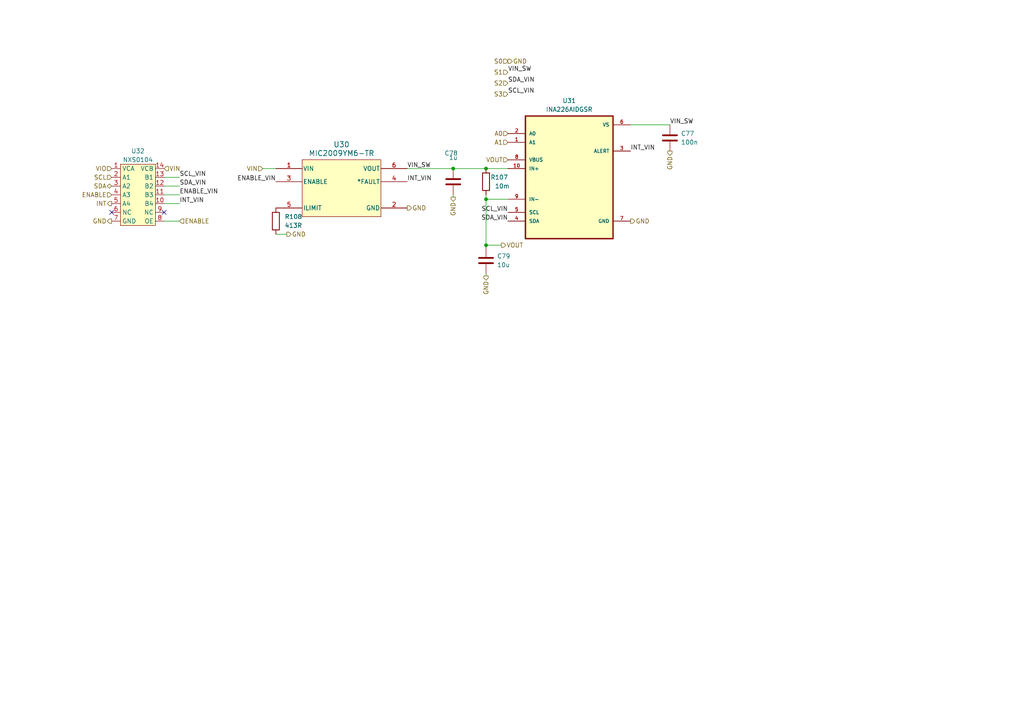
<source format=kicad_sch>
(kicad_sch (version 20231120) (generator "eeschema") (generator_version "8.0")
  (paper "A4")
  (lib_symbols
    (symbol "Device:C" (pin_numbers hide) (pin_names (offset 0.254))
      (property "Reference" "C" (at 0.635 2.54 0))
      (property "Value" "C" (at 0.635 -2.54 0))
      (symbol "C_0_1"
        (polyline (pts (xy -2.032 -0.762) (xy 2.032 -0.762)) (stroke (width 0.508)))
        (polyline (pts (xy -2.032 0.762) (xy 2.032 0.762)) (stroke (width 0.508)))
      )
      (symbol "C_1_1"
        (pin passive line (at 0 3.81 270) (length 2.794) (name "~") (number "1"))
        (pin passive line (at 0 -3.81 90) (length 2.794) (name "~") (number "2"))
      )
    )
    (symbol "Device:R" (pin_numbers hide) (pin_names (offset 0))
      (property "Reference" "R" (at 2.032 0 90))
      (property "Value" "R" (at 0 0 90))
      (symbol "R_0_1"
        (rectangle (start -1.016 -2.54) (end 1.016 2.54) (stroke (width 0.254)))
      )
      (symbol "R_1_1"
        (pin passive line (at 0 3.81 270) (length 1.27) (name "~") (number "1"))
        (pin passive line (at 0 -3.81 90) (length 1.27) (name "~") (number "2"))
      )
    )
    (symbol "Project:INA226AIDGSR" (pin_names (offset 1.016))
      (property "Reference" "U" (at -12.7 18.78 0))
      (property "Value" "INA226AIDGSR" (at -12.7 -21.78 0))
      (symbol "INA226AIDGSR_0_0"
        (rectangle (start -12.7 17.78) (end 12.7 -17.78) (stroke (width 0.41)) (fill (type background)))
        (pin input line (at -17.78 10.16 0) (length 5.08) (name "A1") (number "1"))
        (pin input line (at -17.78 12.7 0) (length 5.08) (name "A0") (number "2"))
        (pin bidirectional line (at -17.78 -12.7 0) (length 5.08) (name "SDA") (number "4"))
        (pin input line (at -17.78 -10.16 0) (length 5.08) (name "SCL") (number "5"))
        (pin power_in line (at 17.78 15.24 180) (length 5.08) (name "VS") (number "6"))
        (pin power_in line (at 17.78 -12.7 180) (length 5.08) (name "GND") (number "7"))
        (pin power_in line (at -17.78 5.08 0) (length 5.08) (name "VBUS") (number "8"))
      )
      (symbol "INA226AIDGSR_1_0"
        (pin power_in line (at -17.78 2.54 0) (length 5.08) (name "IN+") (number "10"))
        (pin passive line (at 17.78 7.62 180) (length 5.08) (name "ALERT") (number "3"))
        (pin power_out line (at -17.78 -6.35 0) (length 5.08) (name "IN-") (number "9"))
      )
    )
    (symbol "Project:MIC2009YM6-TR" (pin_names (offset 0.254))
      (property "Reference" "U" (at 35.56 10.16 0))
      (property "Value" "MIC2009YM6-TR" (at 35.56 7.62 0))
      (symbol "MIC2009YM6-TR_0_1"
        (pin power_in line (at 38.1 -10.16 180) (length 7.62) (name "GND") (number "2"))
        (pin input line (at 0 -2.54 0) (length 7.62) (name "ENABLE") (number "3"))
        (pin output line (at 38.1 -2.54 180) (length 7.62) (name "*FAULT") (number "4"))
        (pin input line (at 0 -10.16 0) (length 7.62) (name "ILIMIT") (number "5"))
      )
      (symbol "MIC2009YM6-TR_1_1"
        (rectangle (start 7.62 3.81) (end 30.48 -12.7) (fill (type background)))
        (pin power_in line (at 0 1.27 0) (length 7.62) (name "VIN") (number "1"))
        (pin power_out line (at 38.1 1.27 180) (length 7.62) (name "VOUT") (number "6"))
      )
    )
    (symbol "Project:NXS0104"
      (property "Reference" "U" (at 0.254 -6.35 0))
      (symbol "NXS0104_1_1"
        (rectangle (start -5.08 7.62) (end 5.08 -10.16) (fill (type background)))
        (pin power_in line (at -7.62 6.35 0) (length 2.54) (name "VCA") (number "1"))
        (pin bidirectional line (at 7.62 -3.81 180) (length 2.54) (name "B4") (number "10"))
        (pin bidirectional line (at 7.62 -1.27 180) (length 2.54) (name "B3") (number "11"))
        (pin bidirectional line (at 7.62 1.27 180) (length 2.54) (name "B2") (number "12"))
        (pin bidirectional line (at 7.62 3.81 180) (length 2.54) (name "B1") (number "13"))
        (pin power_in line (at 7.62 6.35 180) (length 2.54) (name "VCB") (number "14"))
        (pin bidirectional line (at -7.62 3.81 0) (length 2.54) (name "A1") (number "2"))
        (pin bidirectional line (at -7.62 1.27 0) (length 2.54) (name "A2") (number "3"))
        (pin bidirectional line (at -7.62 -1.27 0) (length 2.54) (name "A3") (number "4"))
        (pin bidirectional line (at -7.62 -3.81 0) (length 2.54) (name "A4") (number "5"))
        (pin unspecified line (at -7.62 -6.35 0) (length 2.54) (name "NC") (number "6"))
        (pin power_in line (at -7.62 -8.89 0) (length 2.54) (name "GND") (number "7"))
        (pin input line (at 7.62 -8.89 180) (length 2.54) (name "OE") (number "8"))
        (pin unspecified line (at 7.62 -6.35 180) (length 2.54) (name "NC") (number "9"))
      )
    )
  )
  (junction (at 140.97 48.895))
  (junction (at 140.97 57.785))
  (junction (at 140.97 71.12))
  (junction (at 131.445 48.895))
  (no_connect (at 47.625 61.595))
  (no_connect (at 32.385 61.595))
  (wire (pts (xy 52.07 59.055) (xy 47.625 59.055)))
  (wire (pts (xy 140.97 71.12) (xy 140.97 71.755)))
  (wire (pts (xy 52.07 51.435) (xy 47.625 51.435)))
  (wire (pts (xy 140.97 71.12) (xy 145.415 71.12)))
  (wire (pts (xy 140.97 79.375) (xy 140.97 80.01)))
  (wire (pts (xy 80.01 67.945) (xy 83.185 67.945)))
  (wire (pts (xy 52.07 53.975) (xy 47.625 53.975)))
  (wire (pts (xy 131.445 56.515) (xy 131.445 57.15)))
  (wire (pts (xy 140.97 56.515) (xy 140.97 57.785)))
  (wire (pts (xy 118.11 48.895) (xy 131.445 48.895)))
  (wire (pts (xy 194.31 36.195) (xy 182.88 36.195)))
  (wire (pts (xy 140.97 57.785) (xy 147.32 57.785)))
  (wire (pts (xy 76.2 48.895) (xy 80.01 48.895)))
  (wire (pts (xy 52.07 64.135) (xy 47.625 64.135)))
  (wire (pts (xy 140.97 57.785) (xy 140.97 71.12)))
  (wire (pts (xy 131.445 48.895) (xy 140.97 48.895)))
  (wire (pts (xy 52.07 56.515) (xy 47.625 56.515)))
  (wire (pts (xy 140.97 48.895) (xy 147.32 48.895)))
  (label "SCL_VIN" (at 52.07 51.435 0))
  (label "ENABLE_VIN" (at 80.01 52.705 180))
  (label "SDA_VIN" (at 52.07 53.975 0))
  (label "VIN_SW" (at 194.31 36.195 0))
  (label "SDA_VIN" (at 147.32 64.135 180))
  (label "VIN_SW" (at 118.11 48.895 0))
  (label "VIN_SW" (at 147.32 20.955 0))
  (label "ENABLE_VIN" (at 52.07 56.515 0))
  (label "SDA_VIN" (at 147.32 24.13 0))
  (label "INT_VIN" (at 182.88 43.815 0))
  (label "INT_VIN" (at 52.07 59.055 0))
  (label "SCL_VIN" (at 147.32 61.595 180))
  (label "INT_VIN" (at 118.11 52.705 0))
  (label "SCL_VIN" (at 147.32 27.305 0))
  (hierarchical_label "GND" (shape output) (at 147.32 17.78 0))
  (hierarchical_label "ENABLE" (shape input) (at 32.385 56.515 180))
  (hierarchical_label "VOUT" (shape input) (at 147.32 46.355 180))
  (hierarchical_label "VIN" (shape input) (at 47.625 48.895 0))
  (hierarchical_label "S2" (shape input) (at 147.32 24.13 180))
  (hierarchical_label "GND" (shape output) (at 194.31 43.815 270))
  (hierarchical_label "S0" (shape input) (at 147.32 17.78 180))
  (hierarchical_label "GND" (shape output) (at 83.185 67.945 0))
  (hierarchical_label "GND" (shape output) (at 32.385 64.135 180))
  (hierarchical_label "S3" (shape input) (at 147.32 27.305 180))
  (hierarchical_label "GND" (shape output) (at 182.88 64.135 0))
  (hierarchical_label "VOUT" (shape output) (at 145.415 71.12 0))
  (hierarchical_label "GND" (shape output) (at 118.11 60.325 0))
  (hierarchical_label "SCL" (shape input) (at 32.385 51.435 180))
  (hierarchical_label "S1" (shape input) (at 147.32 20.955 180))
  (hierarchical_label "GND" (shape output) (at 140.97 80.01 270))
  (hierarchical_label "A0" (shape input) (at 147.32 38.735 180))
  (hierarchical_label "A1" (shape input) (at 147.32 41.275 180))
  (hierarchical_label "VIN" (shape input) (at 76.2 48.895 180))
  (hierarchical_label "ENABLE" (shape input) (at 52.07 64.135 0))
  (hierarchical_label "VIO" (shape input) (at 32.385 48.895 180))
  (hierarchical_label "GND" (shape output) (at 131.445 57.15 270))
  (hierarchical_label "INT" (shape output) (at 32.385 59.055 180))
  (hierarchical_label "SDA" (shape bidirectional) (at 32.385 53.975 180))
  (symbol (lib_id "Device:C") (at 140.97 75.565 0) (unit 1)
    (property "Reference" "C79" (at 144.145 74.2949 0) (effects (justify left)))
    (property "Value" "10u" (at 144.145 76.8349 0) (effects (justify left)))
    (property "Footprint" "Capacitor_SMD:C_0603_1608Metric_Pad1.08x0.95mm_HandSolder" (effects (hide yes)))
    (property "Description" "Unpolarized capacitor" (effects (hide yes)))
    (instances (project "EPS" (path "" (reference "C79") (unit 1)) (path "" (reference "C48") (unit 1))))
  )
  (symbol (lib_id "Device:R") (at 140.97 52.705 0) (unit 1)
    (property "Reference" "R107" (at 142.24 51.435 0) (effects (justify left)))
    (property "Value" "10m" (at 143.51 53.975 0) (effects (justify left)))
    (property "Footprint" "Resistor_SMD:R_0805_2012Metric_Pad1.20x1.40mm_HandSolder" (effects (hide yes)))
    (property "Description" "Resistor" (effects (hide yes)))
    (instances (project "EPS" (path "" (reference "R107") (unit 1)) (path "" (reference "R63") (unit 1))))
  )
  (symbol (lib_id "Device:C") (at 131.445 52.705 0) (unit 1)
    (property "Reference" "C78" (at 128.905 44.45 0) (effects (justify left)))
    (property "Value" "1u" (at 130.175 45.72 0) (effects (justify left)))
    (property "Footprint" "Capacitor_SMD:C_0603_1608Metric_Pad1.08x0.95mm_HandSolder" (effects (hide yes)))
    (property "Description" "Unpolarized capacitor" (effects (hide yes)))
    (instances (project "EPS" (path "" (reference "C78") (unit 1)) (path "" (reference "C47") (unit 1))))
  )
  (symbol (lib_id "Project:INA226AIDGSR") (at 165.1 51.435 0) (unit 1)
    (property "Reference" "U31" (at 165.1 29.21 0))
    (property "Value" "INA226AIDGSR" (at 165.1 31.75 0))
    (property "Footprint" "Package_SO:VSSOP-10_3x3mm_P0.5mm" (effects (hide yes)))
    (instances (project "EPS" (path "" (reference "U31") (unit 1)) (path "" (reference "U10") (unit 1))))
  )
  (symbol (lib_id "Device:R") (at 80.01 64.135 0) (unit 1)
    (property "Reference" "R108" (at 82.55 62.8649 0) (effects (justify left)))
    (property "Value" "413R" (at 82.55 65.4049 0) (effects (justify left)))
    (property "Footprint" "Resistor_SMD:R_0402_1005Metric_Pad0.72x0.64mm_HandSolder" (effects (hide yes)))
    (property "Description" "Resistor" (effects (hide yes)))
    (instances (project "" (path "" (reference "R108") (unit 1)) (path "" (reference "R64") (unit 1))))
  )
  (symbol (lib_id "Project:MIC2009YM6-TR") (at 80.01 50.165 0) (unit 1)
    (property "Reference" "U30" (at 99.06 41.91 0) (effects (font (size 1.524 1.524))))
    (property "Value" "MIC2009YM6-TR" (at 99.06 44.45 0) (effects (font (size 1.524 1.524))))
    (property "Footprint" "Project:SOT-23-6_Handsoldering" (effects (hide yes)))
    (property "Datasheet" "MIC2009YM6-TR" (effects (hide yes)))
    (instances (project "EPS" (path "" (reference "U30") (unit 1)) (path "" (reference "U9") (unit 1))))
  )
  (symbol (lib_id "Project:NXS0104") (at 40.005 55.245 0) (unit 1)
    (property "Reference" "U32" (at 40.005 43.815 0))
    (property "Value" "NXS0104" (at 40.005 46.355 0))
    (property "Footprint" "Package_SO:TSSOP-14_4.4x5mm_P0.65mm" (effects (hide yes)))
    (instances (project "" (path "" (reference "U32") (unit 1)) (path "" (reference "U11") (unit 1))))
  )
  (symbol (lib_id "Device:C") (at 194.31 40.005 0) (unit 1)
    (property "Reference" "C77" (at 197.485 38.7349 0) (effects (justify left)))
    (property "Value" "100n" (at 197.485 41.2749 0) (effects (justify left)))
    (property "Footprint" "Capacitor_SMD:C_0402_1005Metric_Pad0.74x0.62mm_HandSolder" (effects (hide yes)))
    (property "Description" "Unpolarized capacitor" (effects (hide yes)))
    (instances (project "EPS" (path "" (reference "C77") (unit 1)) (path "" (reference "C46") (unit 1))))
  )
)
</source>
